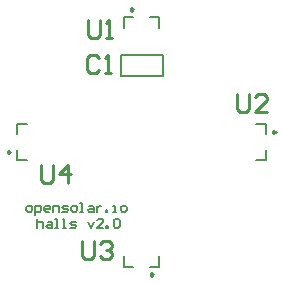
<source format=gto>
G04 Layer_Color=65535*
%FSLAX25Y25*%
%MOIN*%
G70*
G01*
G75*
%ADD13C,0.01000*%
%ADD21C,0.00984*%
%ADD22C,0.00787*%
%ADD23C,0.00500*%
D13*
X-14101Y27898D02*
X-15101Y28898D01*
X-17100D01*
X-18100Y27898D01*
Y23900D01*
X-17100Y22900D01*
X-15101D01*
X-14101Y23900D01*
X-12102Y22900D02*
X-10103D01*
X-11102D01*
Y28898D01*
X-12102Y27898D01*
X-17700Y40476D02*
Y35478D01*
X-16700Y34478D01*
X-14701D01*
X-13701Y35478D01*
Y40476D01*
X-11702Y34478D02*
X-9703D01*
X-10702D01*
Y40476D01*
X-11702Y39476D01*
X-33465Y-7782D02*
Y-12780D01*
X-32465Y-13780D01*
X-30465D01*
X-29466Y-12780D01*
Y-7782D01*
X-24467Y-13780D02*
Y-7782D01*
X-27466Y-10780D01*
X-23468D01*
X-19800Y-32902D02*
Y-37900D01*
X-18800Y-38900D01*
X-16801D01*
X-15801Y-37900D01*
Y-32902D01*
X-13802Y-33902D02*
X-12802Y-32902D01*
X-10803D01*
X-9803Y-33902D01*
Y-34901D01*
X-10803Y-35901D01*
X-11803D01*
X-10803D01*
X-9803Y-36901D01*
Y-37900D01*
X-10803Y-38900D01*
X-12802D01*
X-13802Y-37900D01*
X31972Y16098D02*
Y11100D01*
X32972Y10100D01*
X34971D01*
X35971Y11100D01*
Y16098D01*
X41969Y10100D02*
X37970D01*
X41969Y14099D01*
Y15098D01*
X40969Y16098D01*
X38970D01*
X37970Y15098D01*
D21*
X-43701Y-3347D02*
X-44439Y-2920D01*
Y-3773D01*
X-43701Y-3347D01*
X3839Y-44193D02*
X3100Y-43767D01*
Y-44619D01*
X3839Y-44193D01*
X44685Y3347D02*
X43947Y3773D01*
Y2920D01*
X44685Y3347D01*
X-2854Y44193D02*
X-3593Y44619D01*
Y43767D01*
X-2854Y44193D01*
D22*
X-41634Y-5906D02*
X-38091D01*
X-41634D02*
Y-2756D01*
Y5906D02*
X-38091D01*
X-41634Y2756D02*
Y5906D01*
X5906Y-41634D02*
Y-38091D01*
X2756Y-41634D02*
X5906D01*
X-5906D02*
Y-38091D01*
Y-41634D02*
X-2756D01*
X38091Y5906D02*
X41634D01*
Y2756D02*
Y5906D01*
X38091Y-5906D02*
X41634D01*
Y-2756D01*
X-5906Y38091D02*
Y41634D01*
X-2756D01*
X5906Y38091D02*
Y41634D01*
X2756D02*
X5906D01*
D23*
X7100Y22100D02*
X7100Y29100D01*
X-6900Y22100D02*
Y29100D01*
X7100Y29100D01*
X-6900Y22100D02*
X7100D01*
X-34700Y-25601D02*
Y-28600D01*
Y-27101D01*
X-34200Y-26601D01*
X-33200D01*
X-32701Y-27101D01*
Y-28600D01*
X-31201Y-26601D02*
X-30201D01*
X-29702Y-27101D01*
Y-28600D01*
X-31201D01*
X-31701Y-28100D01*
X-31201Y-27600D01*
X-29702D01*
X-28702Y-28600D02*
X-27702D01*
X-28202D01*
Y-25601D01*
X-28702D01*
X-26203Y-28600D02*
X-25203D01*
X-25703D01*
Y-25601D01*
X-26203D01*
X-23704Y-28600D02*
X-22204D01*
X-21704Y-28100D01*
X-22204Y-27600D01*
X-23204D01*
X-23704Y-27101D01*
X-23204Y-26601D01*
X-21704D01*
X-17706D02*
X-16706Y-28600D01*
X-15706Y-26601D01*
X-12707Y-28600D02*
X-14706D01*
X-12707Y-26601D01*
Y-26101D01*
X-13207Y-25601D01*
X-14207D01*
X-14706Y-26101D01*
X-11707Y-28600D02*
Y-28100D01*
X-11208D01*
Y-28600D01*
X-11707D01*
X-9208Y-26101D02*
X-8708Y-25601D01*
X-7709D01*
X-7209Y-26101D01*
Y-28100D01*
X-7709Y-28600D01*
X-8708D01*
X-9208Y-28100D01*
Y-26101D01*
X-37900Y-23300D02*
X-36900D01*
X-36401Y-22800D01*
Y-21801D01*
X-36900Y-21301D01*
X-37900D01*
X-38400Y-21801D01*
Y-22800D01*
X-37900Y-23300D01*
X-35401Y-24300D02*
Y-21301D01*
X-33901D01*
X-33402Y-21801D01*
Y-22800D01*
X-33901Y-23300D01*
X-35401D01*
X-30902D02*
X-31902D01*
X-32402Y-22800D01*
Y-21801D01*
X-31902Y-21301D01*
X-30902D01*
X-30403Y-21801D01*
Y-22300D01*
X-32402D01*
X-29403Y-23300D02*
Y-21301D01*
X-27903D01*
X-27404Y-21801D01*
Y-23300D01*
X-26404D02*
X-24904D01*
X-24405Y-22800D01*
X-24904Y-22300D01*
X-25904D01*
X-26404Y-21801D01*
X-25904Y-21301D01*
X-24405D01*
X-22905Y-23300D02*
X-21905D01*
X-21406Y-22800D01*
Y-21801D01*
X-21905Y-21301D01*
X-22905D01*
X-23405Y-21801D01*
Y-22800D01*
X-22905Y-23300D01*
X-20406D02*
X-19406D01*
X-19906D01*
Y-20301D01*
X-20406D01*
X-17407Y-21301D02*
X-16407D01*
X-15907Y-21801D01*
Y-23300D01*
X-17407D01*
X-17907Y-22800D01*
X-17407Y-22300D01*
X-15907D01*
X-14908Y-21301D02*
Y-23300D01*
Y-22300D01*
X-14408Y-21801D01*
X-13908Y-21301D01*
X-13408D01*
X-11909Y-23300D02*
Y-22800D01*
X-11409D01*
Y-23300D01*
X-11909D01*
X-9409D02*
X-8410D01*
X-8909D01*
Y-21301D01*
X-9409D01*
X-6410Y-23300D02*
X-5411D01*
X-4911Y-22800D01*
Y-21801D01*
X-5411Y-21301D01*
X-6410D01*
X-6910Y-21801D01*
Y-22800D01*
X-6410Y-23300D01*
M02*

</source>
